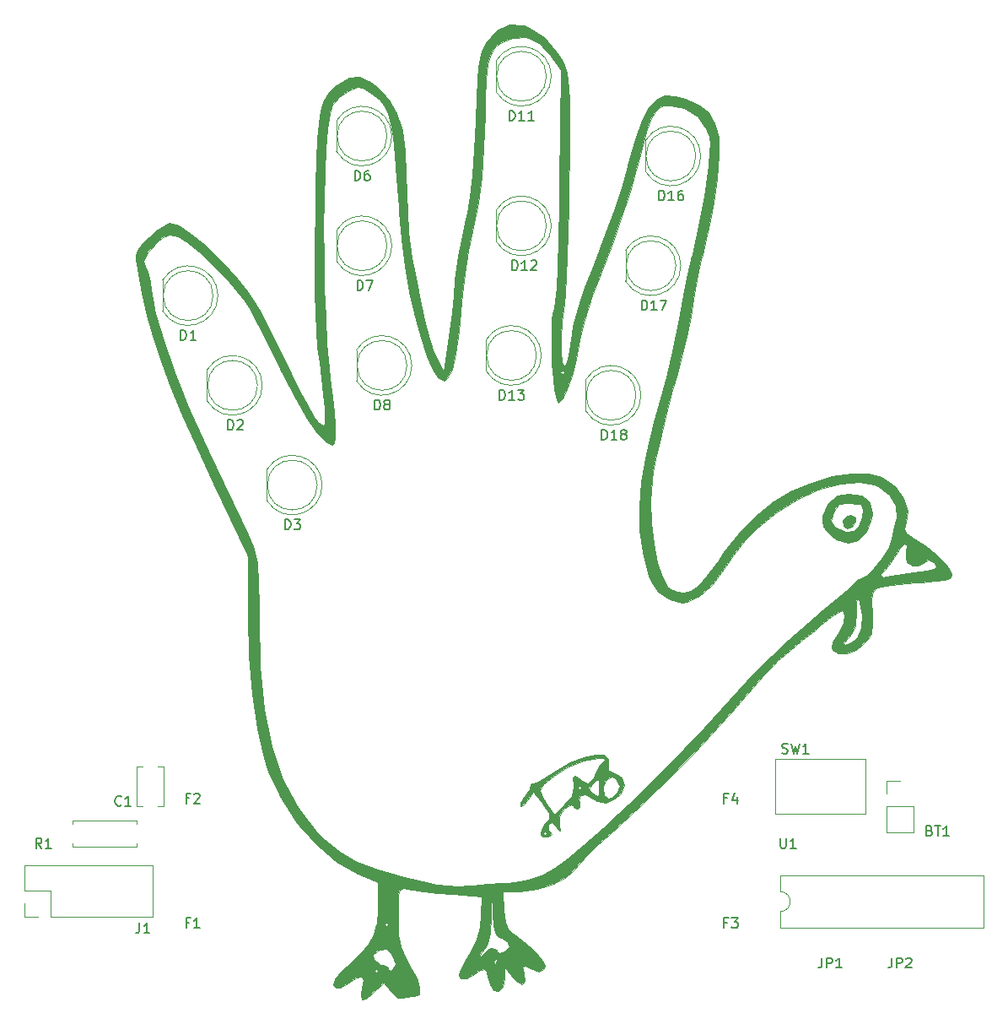
<source format=gbr>
G04 #@! TF.FileFunction,Legend,Top*
%FSLAX46Y46*%
G04 Gerber Fmt 4.6, Leading zero omitted, Abs format (unit mm)*
G04 Created by KiCad (PCBNEW 4.0.6) date 11/09/17 18:00:55*
%MOMM*%
%LPD*%
G01*
G04 APERTURE LIST*
%ADD10C,0.100000*%
%ADD11C,0.010000*%
%ADD12C,0.120000*%
%ADD13C,0.150000*%
G04 APERTURE END LIST*
D10*
D11*
G36*
X151156647Y-51900796D02*
X151474861Y-52009350D01*
X153246386Y-53074671D01*
X154664130Y-54687985D01*
X155203207Y-55664222D01*
X155397825Y-56130978D01*
X155549151Y-56649117D01*
X155661384Y-57305623D01*
X155738722Y-58187478D01*
X155785363Y-59381665D01*
X155805504Y-60975167D01*
X155803345Y-63054967D01*
X155783082Y-65708046D01*
X155766799Y-67341722D01*
X155726317Y-70090763D01*
X155665369Y-72725314D01*
X155588324Y-75129461D01*
X155499555Y-77187291D01*
X155403433Y-78782892D01*
X155304329Y-79800350D01*
X155294503Y-79865333D01*
X155070565Y-81599970D01*
X154952750Y-83236533D01*
X154942703Y-84621905D01*
X155042065Y-85602966D01*
X155228540Y-86015038D01*
X155436048Y-85962493D01*
X155631085Y-85478639D01*
X155833097Y-84482462D01*
X156061526Y-82892947D01*
X156154154Y-82158389D01*
X156369620Y-81197059D01*
X156813425Y-79760255D01*
X157427868Y-78017474D01*
X158155250Y-76138216D01*
X158435860Y-75455611D01*
X159315669Y-73216461D01*
X160211299Y-70706926D01*
X161021429Y-68224397D01*
X161644734Y-66066270D01*
X161676261Y-65944723D01*
X162384423Y-63394598D01*
X163057334Y-61484022D01*
X163747177Y-60152428D01*
X164506135Y-59339246D01*
X165386391Y-58983909D01*
X166440129Y-59025849D01*
X167407599Y-59292485D01*
X168753756Y-59883990D01*
X169745351Y-60662547D01*
X170405161Y-61710965D01*
X170755964Y-63112052D01*
X170820538Y-64948618D01*
X170621661Y-67303470D01*
X170273033Y-69709703D01*
X169947282Y-71510678D01*
X169560393Y-73348034D01*
X169179429Y-74911140D01*
X169054487Y-75354147D01*
X168651680Y-76979478D01*
X168314704Y-78818032D01*
X168168340Y-79970667D01*
X167994009Y-81113384D01*
X167652917Y-82762963D01*
X167184153Y-84751407D01*
X166626802Y-86910719D01*
X166174734Y-88539297D01*
X165565669Y-90762323D01*
X165007014Y-92984488D01*
X164540953Y-95024056D01*
X164209669Y-96699293D01*
X164079736Y-97564992D01*
X163953880Y-99646107D01*
X164016321Y-101795813D01*
X164242867Y-103872707D01*
X164609325Y-105735382D01*
X165091502Y-107242436D01*
X165665206Y-108252464D01*
X165952433Y-108510763D01*
X166619366Y-108723461D01*
X167283859Y-108787709D01*
X167985762Y-108631383D01*
X168747738Y-108104252D01*
X169645474Y-107131583D01*
X170754659Y-105638642D01*
X171337719Y-104784957D01*
X172741703Y-102996248D01*
X174475911Y-101240384D01*
X176322012Y-99717797D01*
X178021389Y-98649170D01*
X180074026Y-97775265D01*
X182177493Y-97168152D01*
X184167949Y-96853983D01*
X185881557Y-96858907D01*
X187128609Y-97195529D01*
X188461277Y-98145936D01*
X189372649Y-99332626D01*
X189786523Y-100604127D01*
X189626701Y-101808969D01*
X189540457Y-101989825D01*
X189394968Y-102503275D01*
X189700780Y-102933023D01*
X190301915Y-103325077D01*
X191583812Y-104171037D01*
X192732475Y-105103613D01*
X193619111Y-105998386D01*
X194114931Y-106730936D01*
X194167171Y-107059138D01*
X193974667Y-107340407D01*
X193488292Y-107537225D01*
X192584284Y-107675174D01*
X191138875Y-107779836D01*
X190529232Y-107811081D01*
X188852443Y-107934206D01*
X187517192Y-108115152D01*
X186675181Y-108330873D01*
X186510598Y-108421625D01*
X186200283Y-108888226D01*
X186101382Y-109703169D01*
X186169923Y-110857200D01*
X186245738Y-112061263D01*
X186139349Y-112843568D01*
X185787097Y-113477881D01*
X185472954Y-113854445D01*
X184612546Y-114543506D01*
X183654925Y-114908306D01*
X182797815Y-114921290D01*
X182238940Y-114554903D01*
X182147378Y-114317889D01*
X182229110Y-113883914D01*
X183316182Y-113883914D01*
X183426769Y-114079132D01*
X183520911Y-114084778D01*
X184126033Y-113836310D01*
X184645765Y-113375190D01*
X185098763Y-112393328D01*
X185209457Y-111100155D01*
X184956000Y-109812942D01*
X184900556Y-109675055D01*
X184720240Y-109437564D01*
X184615940Y-109799646D01*
X184572573Y-110807841D01*
X184469929Y-112087971D01*
X184153261Y-112923836D01*
X183775702Y-113365480D01*
X183316182Y-113883914D01*
X182229110Y-113883914D01*
X182279177Y-113618074D01*
X182778938Y-112855325D01*
X183367270Y-111842479D01*
X183428228Y-111140273D01*
X183351772Y-110757324D01*
X183178747Y-110610788D01*
X182807732Y-110749074D01*
X182137310Y-111220589D01*
X181066061Y-112073743D01*
X180490833Y-112542319D01*
X179193997Y-113602799D01*
X178006294Y-114577692D01*
X177096466Y-115328318D01*
X176756046Y-115611760D01*
X176198354Y-116155950D01*
X175299578Y-117119012D01*
X174170943Y-118378316D01*
X172923677Y-119811234D01*
X172541496Y-120258389D01*
X168179625Y-125071225D01*
X163279147Y-129906986D01*
X159853333Y-133011265D01*
X158582016Y-134166583D01*
X157469148Y-135253166D01*
X156651489Y-136133053D01*
X156303838Y-136591916D01*
X155502941Y-137389965D01*
X154194501Y-138067996D01*
X152575155Y-138550074D01*
X150841537Y-138760260D01*
X150681111Y-138763300D01*
X149093611Y-138778260D01*
X149211047Y-140660231D01*
X149337249Y-141828082D01*
X149599500Y-142528130D01*
X150100467Y-142997334D01*
X150269380Y-143102966D01*
X151093126Y-143705294D01*
X152061508Y-144562924D01*
X152426674Y-144926330D01*
X153141206Y-145745242D01*
X153373190Y-146268229D01*
X153211619Y-146620381D01*
X152720506Y-146875259D01*
X152088204Y-146619694D01*
X151367520Y-146239919D01*
X151106784Y-146338193D01*
X151209276Y-146889954D01*
X151324930Y-147747449D01*
X151043163Y-148066936D01*
X150477250Y-147797232D01*
X150096659Y-147392684D01*
X149273505Y-146363944D01*
X149271752Y-147472729D01*
X149102001Y-148387522D01*
X148697292Y-148812387D01*
X148209048Y-148680828D01*
X147847595Y-148098129D01*
X147591671Y-147312952D01*
X147506111Y-146870145D01*
X147286334Y-146559005D01*
X146667732Y-146773764D01*
X146250621Y-147058280D01*
X145444910Y-147505204D01*
X144868316Y-147528738D01*
X144683889Y-147196711D01*
X144857954Y-146698737D01*
X145301712Y-145834778D01*
X148211667Y-145834778D01*
X148340742Y-146125154D01*
X148446852Y-146069963D01*
X148489072Y-145651298D01*
X148446852Y-145599593D01*
X148237126Y-145648018D01*
X148211667Y-145834778D01*
X145301712Y-145834778D01*
X145308971Y-145820646D01*
X145636996Y-145260612D01*
X146811283Y-145260612D01*
X146956152Y-145337687D01*
X147181590Y-145041028D01*
X147707646Y-144528362D01*
X148052807Y-144423667D01*
X148510808Y-144626566D01*
X148564444Y-144788856D01*
X148808268Y-144958907D01*
X149292778Y-144764254D01*
X149781232Y-144377241D01*
X149661989Y-143945025D01*
X149602360Y-143869898D01*
X149011300Y-143435930D01*
X148713756Y-143365333D01*
X148424157Y-143106761D01*
X148229725Y-142282946D01*
X148120491Y-140984083D01*
X147997079Y-138602833D01*
X147927984Y-141293665D01*
X147828198Y-142930532D01*
X147618882Y-143956078D01*
X147329722Y-144423667D01*
X146889204Y-144977126D01*
X146811283Y-145260612D01*
X145636996Y-145260612D01*
X145794417Y-144991850D01*
X146523693Y-143608010D01*
X146866263Y-142320058D01*
X146940944Y-141248667D01*
X146976944Y-139308389D01*
X144154722Y-139087409D01*
X142610363Y-138946615D01*
X141160597Y-138780704D01*
X140093777Y-138623083D01*
X140009583Y-138607176D01*
X139148690Y-138474770D01*
X138766985Y-138612763D01*
X138655458Y-139136019D01*
X138644591Y-139357322D01*
X138593020Y-141481496D01*
X138660084Y-143073696D01*
X138872573Y-144301501D01*
X139257273Y-145332490D01*
X139733594Y-146169781D01*
X140445232Y-147462929D01*
X140774781Y-148480366D01*
X140708677Y-149128067D01*
X140233354Y-149312004D01*
X140185972Y-149305341D01*
X139397349Y-149367876D01*
X139113478Y-149489127D01*
X138557809Y-149446368D01*
X137922743Y-148839312D01*
X137187142Y-147904147D01*
X136241906Y-148809740D01*
X135434262Y-149505590D01*
X135008509Y-149633580D01*
X134908119Y-149178660D01*
X135005775Y-148480611D01*
X135112883Y-147641339D01*
X134948947Y-147315608D01*
X134409561Y-147468140D01*
X133524809Y-147980232D01*
X132738080Y-148418309D01*
X132332255Y-148465460D01*
X132131964Y-148181260D01*
X132269237Y-147595938D01*
X132975111Y-146729789D01*
X132988884Y-146716722D01*
X136217222Y-146716722D01*
X136393611Y-146893111D01*
X136570000Y-146716722D01*
X136393611Y-146540333D01*
X136217222Y-146716722D01*
X132988884Y-146716722D01*
X133427723Y-146300389D01*
X134663726Y-145153230D01*
X136079511Y-145153230D01*
X136148829Y-145567205D01*
X136237640Y-145682991D01*
X136837650Y-146117379D01*
X137142362Y-146187556D01*
X137583231Y-146404427D01*
X137628333Y-146561153D01*
X137844458Y-146771845D01*
X137981111Y-146716722D01*
X138317213Y-146201768D01*
X138333889Y-146057773D01*
X138139450Y-145434928D01*
X137864989Y-144975594D01*
X137399679Y-144546922D01*
X136822050Y-144648166D01*
X136607489Y-144756381D01*
X136079511Y-145153230D01*
X134663726Y-145153230D01*
X134777582Y-145047558D01*
X135673670Y-144046899D01*
X136208347Y-143103878D01*
X136447742Y-142130611D01*
X137275556Y-142130611D01*
X137451944Y-142307000D01*
X137628333Y-142130611D01*
X137451944Y-141954222D01*
X137275556Y-142130611D01*
X136447742Y-142130611D01*
X136473976Y-142023959D01*
X136562917Y-140612607D01*
X136570000Y-139681985D01*
X136570000Y-137850721D01*
X134541528Y-137019933D01*
X132442999Y-135836688D01*
X130391968Y-134085659D01*
X128497445Y-131901931D01*
X126868439Y-129420590D01*
X125613961Y-126776719D01*
X125143307Y-125373667D01*
X124476772Y-122453655D01*
X123972070Y-119001917D01*
X123646797Y-115177381D01*
X123518546Y-111138973D01*
X123517222Y-110685482D01*
X123517222Y-105164875D01*
X120183054Y-98071354D01*
X118434892Y-94301553D01*
X116984498Y-91046174D01*
X115794520Y-88198754D01*
X114827607Y-85652826D01*
X114046407Y-83301924D01*
X113413567Y-81039584D01*
X112891736Y-78759340D01*
X112443562Y-76354725D01*
X112335799Y-75704077D01*
X112328486Y-75578831D01*
X113071869Y-75578831D01*
X113222685Y-76095523D01*
X113457495Y-76663744D01*
X113694835Y-77669041D01*
X113817037Y-78421294D01*
X114270651Y-80797331D01*
X115049196Y-83544248D01*
X116169294Y-86706414D01*
X117647567Y-90328201D01*
X119500639Y-94453977D01*
X121016300Y-97638056D01*
X121948011Y-99583293D01*
X122800411Y-101410202D01*
X123511900Y-102983113D01*
X124020875Y-104166356D01*
X124239199Y-104736167D01*
X124468325Y-105895680D01*
X124601326Y-107697308D01*
X124639647Y-110165203D01*
X124629971Y-111262555D01*
X124718385Y-116164584D01*
X125139004Y-120480867D01*
X125904621Y-124254770D01*
X127028024Y-127529659D01*
X128522005Y-130348900D01*
X130399354Y-132755861D01*
X131207417Y-133563472D01*
X132754306Y-134820191D01*
X134485722Y-135815658D01*
X136575689Y-136632513D01*
X139178344Y-137348664D01*
X141100325Y-137792945D01*
X142528595Y-138077937D01*
X143651237Y-138225905D01*
X144656335Y-138259118D01*
X145731974Y-138199840D01*
X146095000Y-138167494D01*
X147564251Y-138043147D01*
X149053859Y-137937456D01*
X149622778Y-137904561D01*
X150882712Y-137790679D01*
X152026580Y-137548932D01*
X153145590Y-137122811D01*
X154330949Y-136455811D01*
X155673865Y-135491424D01*
X157265546Y-134173143D01*
X159197199Y-132444462D01*
X160738161Y-131018111D01*
X162814306Y-129033324D01*
X165057310Y-126808697D01*
X167293627Y-124521701D01*
X169349708Y-122349808D01*
X171046917Y-120476291D01*
X174438873Y-116814028D01*
X177823667Y-113554529D01*
X179757559Y-111880166D01*
X181242376Y-110637097D01*
X182539264Y-109521844D01*
X183546975Y-108623779D01*
X184164262Y-108032275D01*
X184300724Y-107869902D01*
X184822168Y-107433181D01*
X185066984Y-107382000D01*
X185649361Y-107098833D01*
X185682492Y-107066965D01*
X187017222Y-107066965D01*
X187274188Y-107301918D01*
X187550823Y-107252725D01*
X188166177Y-107111487D01*
X189238164Y-106947366D01*
X190373045Y-106813487D01*
X191702859Y-106648592D01*
X192416534Y-106460504D01*
X192602872Y-106196605D01*
X192350675Y-105804275D01*
X192250609Y-105700943D01*
X191803761Y-105496513D01*
X191456859Y-105801271D01*
X190787275Y-106148704D01*
X190246331Y-106091714D01*
X189669669Y-105812857D01*
X189557326Y-105257970D01*
X189620151Y-104862497D01*
X189678443Y-104083364D01*
X189453965Y-103907560D01*
X188999609Y-104317820D01*
X188385945Y-105265333D01*
X187855628Y-106107127D01*
X187427222Y-106611879D01*
X187305039Y-106676444D01*
X187030202Y-106951238D01*
X187017222Y-107066965D01*
X185682492Y-107066965D01*
X186400419Y-106376411D01*
X187170928Y-105405353D01*
X187811660Y-104376280D01*
X188173385Y-103479810D01*
X188190668Y-103391934D01*
X188409737Y-102237237D01*
X188620554Y-101297237D01*
X188581100Y-100109487D01*
X187937852Y-99009064D01*
X186789530Y-98148768D01*
X186500626Y-98015906D01*
X184951981Y-97707066D01*
X183054256Y-97860997D01*
X180952020Y-98436367D01*
X178789841Y-99391847D01*
X176712288Y-100686104D01*
X176433889Y-100893909D01*
X174724730Y-102281898D01*
X173403768Y-103589299D01*
X172237660Y-105069431D01*
X171333268Y-106431138D01*
X170113697Y-108045616D01*
X168829079Y-109192509D01*
X167586638Y-109785551D01*
X167085278Y-109848807D01*
X165859394Y-109534219D01*
X164726063Y-108715753D01*
X163916357Y-107581354D01*
X163749700Y-107135767D01*
X163183463Y-104790439D01*
X162867270Y-102525998D01*
X162809563Y-100214921D01*
X163018786Y-97729680D01*
X163503384Y-94942751D01*
X164271799Y-91726608D01*
X164927638Y-89344937D01*
X165513691Y-87196169D01*
X166058847Y-85014842D01*
X166514508Y-83008408D01*
X166832081Y-81384321D01*
X166910932Y-80878271D01*
X167219315Y-79023305D01*
X167647633Y-76929196D01*
X168106517Y-75030593D01*
X168134690Y-74926444D01*
X168534867Y-73271206D01*
X168955400Y-71222944D01*
X169335842Y-69089548D01*
X169532605Y-67805843D01*
X169776134Y-65985889D01*
X169905209Y-64704459D01*
X169921771Y-63804190D01*
X169827759Y-63127719D01*
X169625114Y-62517680D01*
X169598595Y-62453422D01*
X168671989Y-61072235D01*
X167311498Y-60225830D01*
X165938688Y-59972472D01*
X165326135Y-59991819D01*
X164837134Y-60151190D01*
X164424207Y-60540187D01*
X164039873Y-61248409D01*
X163636653Y-62365460D01*
X163167067Y-63980939D01*
X162583637Y-66184448D01*
X162522913Y-66418561D01*
X161905605Y-68569871D01*
X161098580Y-71055650D01*
X160206187Y-73569016D01*
X159332780Y-75803086D01*
X159327526Y-75815703D01*
X158098942Y-78992020D01*
X157249228Y-81704137D01*
X156852153Y-83517722D01*
X156492261Y-85374367D01*
X156056602Y-87052264D01*
X155589055Y-88424155D01*
X155133500Y-89362782D01*
X154733818Y-89740889D01*
X154705573Y-89743111D01*
X154501921Y-89416508D01*
X154323562Y-88540950D01*
X154177962Y-87272811D01*
X154140957Y-86744500D01*
X154914444Y-86744500D01*
X155090833Y-86920889D01*
X155267222Y-86744500D01*
X155090833Y-86568111D01*
X154914444Y-86744500D01*
X154140957Y-86744500D01*
X154072589Y-85768467D01*
X154014910Y-84184292D01*
X154012389Y-82676660D01*
X154072496Y-81401947D01*
X154202695Y-80516529D01*
X154257018Y-80349027D01*
X154399099Y-79642311D01*
X154522522Y-78256185D01*
X154627540Y-76184921D01*
X154714408Y-73422790D01*
X154783382Y-69964063D01*
X154812586Y-67861702D01*
X154952225Y-56387238D01*
X153878248Y-54904655D01*
X152745534Y-53694175D01*
X151531413Y-53145825D01*
X150130682Y-53216581D01*
X149899481Y-53277500D01*
X149037852Y-53599169D01*
X148395975Y-54067182D01*
X147939659Y-54781730D01*
X147634712Y-55843003D01*
X147446940Y-57351189D01*
X147342151Y-59406479D01*
X147306156Y-60876377D01*
X147192236Y-64270526D01*
X146976691Y-67157218D01*
X146637227Y-69730074D01*
X146151548Y-72182719D01*
X145872934Y-73323746D01*
X145624962Y-74546548D01*
X145371679Y-76232163D01*
X145146058Y-78138890D01*
X145006661Y-79673746D01*
X144728827Y-82593904D01*
X144394843Y-84851688D01*
X144007242Y-86435707D01*
X143568559Y-87334570D01*
X143255302Y-87546393D01*
X142701762Y-87310096D01*
X142106019Y-86458927D01*
X141491205Y-85080538D01*
X140880453Y-83262582D01*
X140296897Y-81092711D01*
X139763669Y-78658575D01*
X139303903Y-76047829D01*
X138940730Y-73348123D01*
X138697285Y-70647109D01*
X138667762Y-70163944D01*
X138493224Y-67238006D01*
X138322327Y-64926503D01*
X138132651Y-63138794D01*
X137901777Y-61784241D01*
X137607284Y-60772203D01*
X137226753Y-60012041D01*
X136737764Y-59413115D01*
X136117897Y-58884785D01*
X135824828Y-58670457D01*
X135065719Y-58177050D01*
X134522361Y-58079664D01*
X133845462Y-58351787D01*
X133568431Y-58499200D01*
X132682040Y-59123903D01*
X132060631Y-59817550D01*
X132026806Y-59878138D01*
X131763284Y-60764258D01*
X131543468Y-62254039D01*
X131368200Y-64246889D01*
X131238325Y-66642216D01*
X131154685Y-69339428D01*
X131118123Y-72237933D01*
X131129482Y-75237140D01*
X131189604Y-78236457D01*
X131299334Y-81135292D01*
X131459513Y-83833053D01*
X131670985Y-86229149D01*
X131797100Y-87289310D01*
X132113007Y-89894456D01*
X132283040Y-91836329D01*
X132308098Y-93141779D01*
X132189082Y-93837652D01*
X132021197Y-93976444D01*
X131360660Y-93691459D01*
X130528979Y-92823314D01*
X129512899Y-91352229D01*
X128299164Y-89258420D01*
X126874521Y-86522106D01*
X126441428Y-85649106D01*
X125356762Y-83458306D01*
X124493816Y-81776881D01*
X123769556Y-80477862D01*
X123100950Y-79434281D01*
X122404964Y-78519169D01*
X121598564Y-77605556D01*
X120598717Y-76566476D01*
X120310123Y-76273563D01*
X118709405Y-74712209D01*
X117462877Y-73660987D01*
X116483496Y-73079461D01*
X115684219Y-72927198D01*
X114978004Y-73163763D01*
X114469465Y-73560382D01*
X113453327Y-74690202D01*
X113071869Y-75578831D01*
X112328486Y-75578831D01*
X112292667Y-74965471D01*
X112520524Y-74344786D01*
X113131207Y-73618206D01*
X113613821Y-73146438D01*
X114523752Y-72379685D01*
X115324216Y-71873000D01*
X115707252Y-71751444D01*
X116629059Y-72030068D01*
X117835773Y-72797727D01*
X119227450Y-73952104D01*
X120704145Y-75390883D01*
X122165914Y-77011745D01*
X123512813Y-78712374D01*
X124644897Y-80390453D01*
X125285207Y-81556793D01*
X126667747Y-84405093D01*
X127784825Y-86678718D01*
X128670173Y-88441971D01*
X129357522Y-89759154D01*
X129880602Y-90694572D01*
X130273144Y-91312527D01*
X130568879Y-91677322D01*
X130619304Y-91725495D01*
X131060013Y-92073302D01*
X131241431Y-91943398D01*
X131278198Y-91228031D01*
X131278333Y-91106051D01*
X131231755Y-90275215D01*
X131105263Y-88937299D01*
X130918722Y-87283686D01*
X130714281Y-85671514D01*
X130534858Y-84146768D01*
X130402481Y-82548481D01*
X130313929Y-80762844D01*
X130265983Y-78676049D01*
X130255422Y-76174289D01*
X130279025Y-73143754D01*
X130305291Y-71217662D01*
X130360803Y-67990017D01*
X130427898Y-65388581D01*
X130519548Y-63334005D01*
X130648726Y-61746944D01*
X130828402Y-60548050D01*
X131071548Y-59657977D01*
X131391136Y-58997379D01*
X131800136Y-58486909D01*
X132311521Y-58047219D01*
X132478649Y-57923202D01*
X133712918Y-57208879D01*
X134763157Y-57096489D01*
X135826175Y-57596792D01*
X136493902Y-58142718D01*
X137657928Y-59380979D01*
X138485381Y-60754151D01*
X139023810Y-62403766D01*
X139320762Y-64471359D01*
X139421475Y-66856959D01*
X139467204Y-68789128D01*
X139552251Y-70760615D01*
X139662734Y-72489353D01*
X139740475Y-73338944D01*
X139992108Y-75168256D01*
X140358484Y-77243746D01*
X140801764Y-79399992D01*
X141284111Y-81471573D01*
X141767685Y-83293067D01*
X142214648Y-84699053D01*
X142488737Y-85353808D01*
X143184951Y-86710868D01*
X143564963Y-84258240D01*
X143790814Y-82608140D01*
X144011084Y-80683207D01*
X144170863Y-78983389D01*
X144299211Y-77524678D01*
X144446408Y-76265673D01*
X144645862Y-75007169D01*
X144930978Y-73549959D01*
X145335166Y-71694840D01*
X145561174Y-70693111D01*
X145826921Y-69143818D01*
X146063363Y-67018419D01*
X146258655Y-64446149D01*
X146400954Y-61556241D01*
X146402547Y-61513222D01*
X146495600Y-59171096D01*
X146587519Y-57419543D01*
X146693421Y-56143767D01*
X146828423Y-55228972D01*
X147007640Y-54560363D01*
X147246189Y-54023143D01*
X147430689Y-53705424D01*
X148513507Y-52445723D01*
X149774673Y-51836136D01*
X151156647Y-51900796D01*
X151156647Y-51900796D01*
G37*
X151156647Y-51900796D02*
X151474861Y-52009350D01*
X153246386Y-53074671D01*
X154664130Y-54687985D01*
X155203207Y-55664222D01*
X155397825Y-56130978D01*
X155549151Y-56649117D01*
X155661384Y-57305623D01*
X155738722Y-58187478D01*
X155785363Y-59381665D01*
X155805504Y-60975167D01*
X155803345Y-63054967D01*
X155783082Y-65708046D01*
X155766799Y-67341722D01*
X155726317Y-70090763D01*
X155665369Y-72725314D01*
X155588324Y-75129461D01*
X155499555Y-77187291D01*
X155403433Y-78782892D01*
X155304329Y-79800350D01*
X155294503Y-79865333D01*
X155070565Y-81599970D01*
X154952750Y-83236533D01*
X154942703Y-84621905D01*
X155042065Y-85602966D01*
X155228540Y-86015038D01*
X155436048Y-85962493D01*
X155631085Y-85478639D01*
X155833097Y-84482462D01*
X156061526Y-82892947D01*
X156154154Y-82158389D01*
X156369620Y-81197059D01*
X156813425Y-79760255D01*
X157427868Y-78017474D01*
X158155250Y-76138216D01*
X158435860Y-75455611D01*
X159315669Y-73216461D01*
X160211299Y-70706926D01*
X161021429Y-68224397D01*
X161644734Y-66066270D01*
X161676261Y-65944723D01*
X162384423Y-63394598D01*
X163057334Y-61484022D01*
X163747177Y-60152428D01*
X164506135Y-59339246D01*
X165386391Y-58983909D01*
X166440129Y-59025849D01*
X167407599Y-59292485D01*
X168753756Y-59883990D01*
X169745351Y-60662547D01*
X170405161Y-61710965D01*
X170755964Y-63112052D01*
X170820538Y-64948618D01*
X170621661Y-67303470D01*
X170273033Y-69709703D01*
X169947282Y-71510678D01*
X169560393Y-73348034D01*
X169179429Y-74911140D01*
X169054487Y-75354147D01*
X168651680Y-76979478D01*
X168314704Y-78818032D01*
X168168340Y-79970667D01*
X167994009Y-81113384D01*
X167652917Y-82762963D01*
X167184153Y-84751407D01*
X166626802Y-86910719D01*
X166174734Y-88539297D01*
X165565669Y-90762323D01*
X165007014Y-92984488D01*
X164540953Y-95024056D01*
X164209669Y-96699293D01*
X164079736Y-97564992D01*
X163953880Y-99646107D01*
X164016321Y-101795813D01*
X164242867Y-103872707D01*
X164609325Y-105735382D01*
X165091502Y-107242436D01*
X165665206Y-108252464D01*
X165952433Y-108510763D01*
X166619366Y-108723461D01*
X167283859Y-108787709D01*
X167985762Y-108631383D01*
X168747738Y-108104252D01*
X169645474Y-107131583D01*
X170754659Y-105638642D01*
X171337719Y-104784957D01*
X172741703Y-102996248D01*
X174475911Y-101240384D01*
X176322012Y-99717797D01*
X178021389Y-98649170D01*
X180074026Y-97775265D01*
X182177493Y-97168152D01*
X184167949Y-96853983D01*
X185881557Y-96858907D01*
X187128609Y-97195529D01*
X188461277Y-98145936D01*
X189372649Y-99332626D01*
X189786523Y-100604127D01*
X189626701Y-101808969D01*
X189540457Y-101989825D01*
X189394968Y-102503275D01*
X189700780Y-102933023D01*
X190301915Y-103325077D01*
X191583812Y-104171037D01*
X192732475Y-105103613D01*
X193619111Y-105998386D01*
X194114931Y-106730936D01*
X194167171Y-107059138D01*
X193974667Y-107340407D01*
X193488292Y-107537225D01*
X192584284Y-107675174D01*
X191138875Y-107779836D01*
X190529232Y-107811081D01*
X188852443Y-107934206D01*
X187517192Y-108115152D01*
X186675181Y-108330873D01*
X186510598Y-108421625D01*
X186200283Y-108888226D01*
X186101382Y-109703169D01*
X186169923Y-110857200D01*
X186245738Y-112061263D01*
X186139349Y-112843568D01*
X185787097Y-113477881D01*
X185472954Y-113854445D01*
X184612546Y-114543506D01*
X183654925Y-114908306D01*
X182797815Y-114921290D01*
X182238940Y-114554903D01*
X182147378Y-114317889D01*
X182229110Y-113883914D01*
X183316182Y-113883914D01*
X183426769Y-114079132D01*
X183520911Y-114084778D01*
X184126033Y-113836310D01*
X184645765Y-113375190D01*
X185098763Y-112393328D01*
X185209457Y-111100155D01*
X184956000Y-109812942D01*
X184900556Y-109675055D01*
X184720240Y-109437564D01*
X184615940Y-109799646D01*
X184572573Y-110807841D01*
X184469929Y-112087971D01*
X184153261Y-112923836D01*
X183775702Y-113365480D01*
X183316182Y-113883914D01*
X182229110Y-113883914D01*
X182279177Y-113618074D01*
X182778938Y-112855325D01*
X183367270Y-111842479D01*
X183428228Y-111140273D01*
X183351772Y-110757324D01*
X183178747Y-110610788D01*
X182807732Y-110749074D01*
X182137310Y-111220589D01*
X181066061Y-112073743D01*
X180490833Y-112542319D01*
X179193997Y-113602799D01*
X178006294Y-114577692D01*
X177096466Y-115328318D01*
X176756046Y-115611760D01*
X176198354Y-116155950D01*
X175299578Y-117119012D01*
X174170943Y-118378316D01*
X172923677Y-119811234D01*
X172541496Y-120258389D01*
X168179625Y-125071225D01*
X163279147Y-129906986D01*
X159853333Y-133011265D01*
X158582016Y-134166583D01*
X157469148Y-135253166D01*
X156651489Y-136133053D01*
X156303838Y-136591916D01*
X155502941Y-137389965D01*
X154194501Y-138067996D01*
X152575155Y-138550074D01*
X150841537Y-138760260D01*
X150681111Y-138763300D01*
X149093611Y-138778260D01*
X149211047Y-140660231D01*
X149337249Y-141828082D01*
X149599500Y-142528130D01*
X150100467Y-142997334D01*
X150269380Y-143102966D01*
X151093126Y-143705294D01*
X152061508Y-144562924D01*
X152426674Y-144926330D01*
X153141206Y-145745242D01*
X153373190Y-146268229D01*
X153211619Y-146620381D01*
X152720506Y-146875259D01*
X152088204Y-146619694D01*
X151367520Y-146239919D01*
X151106784Y-146338193D01*
X151209276Y-146889954D01*
X151324930Y-147747449D01*
X151043163Y-148066936D01*
X150477250Y-147797232D01*
X150096659Y-147392684D01*
X149273505Y-146363944D01*
X149271752Y-147472729D01*
X149102001Y-148387522D01*
X148697292Y-148812387D01*
X148209048Y-148680828D01*
X147847595Y-148098129D01*
X147591671Y-147312952D01*
X147506111Y-146870145D01*
X147286334Y-146559005D01*
X146667732Y-146773764D01*
X146250621Y-147058280D01*
X145444910Y-147505204D01*
X144868316Y-147528738D01*
X144683889Y-147196711D01*
X144857954Y-146698737D01*
X145301712Y-145834778D01*
X148211667Y-145834778D01*
X148340742Y-146125154D01*
X148446852Y-146069963D01*
X148489072Y-145651298D01*
X148446852Y-145599593D01*
X148237126Y-145648018D01*
X148211667Y-145834778D01*
X145301712Y-145834778D01*
X145308971Y-145820646D01*
X145636996Y-145260612D01*
X146811283Y-145260612D01*
X146956152Y-145337687D01*
X147181590Y-145041028D01*
X147707646Y-144528362D01*
X148052807Y-144423667D01*
X148510808Y-144626566D01*
X148564444Y-144788856D01*
X148808268Y-144958907D01*
X149292778Y-144764254D01*
X149781232Y-144377241D01*
X149661989Y-143945025D01*
X149602360Y-143869898D01*
X149011300Y-143435930D01*
X148713756Y-143365333D01*
X148424157Y-143106761D01*
X148229725Y-142282946D01*
X148120491Y-140984083D01*
X147997079Y-138602833D01*
X147927984Y-141293665D01*
X147828198Y-142930532D01*
X147618882Y-143956078D01*
X147329722Y-144423667D01*
X146889204Y-144977126D01*
X146811283Y-145260612D01*
X145636996Y-145260612D01*
X145794417Y-144991850D01*
X146523693Y-143608010D01*
X146866263Y-142320058D01*
X146940944Y-141248667D01*
X146976944Y-139308389D01*
X144154722Y-139087409D01*
X142610363Y-138946615D01*
X141160597Y-138780704D01*
X140093777Y-138623083D01*
X140009583Y-138607176D01*
X139148690Y-138474770D01*
X138766985Y-138612763D01*
X138655458Y-139136019D01*
X138644591Y-139357322D01*
X138593020Y-141481496D01*
X138660084Y-143073696D01*
X138872573Y-144301501D01*
X139257273Y-145332490D01*
X139733594Y-146169781D01*
X140445232Y-147462929D01*
X140774781Y-148480366D01*
X140708677Y-149128067D01*
X140233354Y-149312004D01*
X140185972Y-149305341D01*
X139397349Y-149367876D01*
X139113478Y-149489127D01*
X138557809Y-149446368D01*
X137922743Y-148839312D01*
X137187142Y-147904147D01*
X136241906Y-148809740D01*
X135434262Y-149505590D01*
X135008509Y-149633580D01*
X134908119Y-149178660D01*
X135005775Y-148480611D01*
X135112883Y-147641339D01*
X134948947Y-147315608D01*
X134409561Y-147468140D01*
X133524809Y-147980232D01*
X132738080Y-148418309D01*
X132332255Y-148465460D01*
X132131964Y-148181260D01*
X132269237Y-147595938D01*
X132975111Y-146729789D01*
X132988884Y-146716722D01*
X136217222Y-146716722D01*
X136393611Y-146893111D01*
X136570000Y-146716722D01*
X136393611Y-146540333D01*
X136217222Y-146716722D01*
X132988884Y-146716722D01*
X133427723Y-146300389D01*
X134663726Y-145153230D01*
X136079511Y-145153230D01*
X136148829Y-145567205D01*
X136237640Y-145682991D01*
X136837650Y-146117379D01*
X137142362Y-146187556D01*
X137583231Y-146404427D01*
X137628333Y-146561153D01*
X137844458Y-146771845D01*
X137981111Y-146716722D01*
X138317213Y-146201768D01*
X138333889Y-146057773D01*
X138139450Y-145434928D01*
X137864989Y-144975594D01*
X137399679Y-144546922D01*
X136822050Y-144648166D01*
X136607489Y-144756381D01*
X136079511Y-145153230D01*
X134663726Y-145153230D01*
X134777582Y-145047558D01*
X135673670Y-144046899D01*
X136208347Y-143103878D01*
X136447742Y-142130611D01*
X137275556Y-142130611D01*
X137451944Y-142307000D01*
X137628333Y-142130611D01*
X137451944Y-141954222D01*
X137275556Y-142130611D01*
X136447742Y-142130611D01*
X136473976Y-142023959D01*
X136562917Y-140612607D01*
X136570000Y-139681985D01*
X136570000Y-137850721D01*
X134541528Y-137019933D01*
X132442999Y-135836688D01*
X130391968Y-134085659D01*
X128497445Y-131901931D01*
X126868439Y-129420590D01*
X125613961Y-126776719D01*
X125143307Y-125373667D01*
X124476772Y-122453655D01*
X123972070Y-119001917D01*
X123646797Y-115177381D01*
X123518546Y-111138973D01*
X123517222Y-110685482D01*
X123517222Y-105164875D01*
X120183054Y-98071354D01*
X118434892Y-94301553D01*
X116984498Y-91046174D01*
X115794520Y-88198754D01*
X114827607Y-85652826D01*
X114046407Y-83301924D01*
X113413567Y-81039584D01*
X112891736Y-78759340D01*
X112443562Y-76354725D01*
X112335799Y-75704077D01*
X112328486Y-75578831D01*
X113071869Y-75578831D01*
X113222685Y-76095523D01*
X113457495Y-76663744D01*
X113694835Y-77669041D01*
X113817037Y-78421294D01*
X114270651Y-80797331D01*
X115049196Y-83544248D01*
X116169294Y-86706414D01*
X117647567Y-90328201D01*
X119500639Y-94453977D01*
X121016300Y-97638056D01*
X121948011Y-99583293D01*
X122800411Y-101410202D01*
X123511900Y-102983113D01*
X124020875Y-104166356D01*
X124239199Y-104736167D01*
X124468325Y-105895680D01*
X124601326Y-107697308D01*
X124639647Y-110165203D01*
X124629971Y-111262555D01*
X124718385Y-116164584D01*
X125139004Y-120480867D01*
X125904621Y-124254770D01*
X127028024Y-127529659D01*
X128522005Y-130348900D01*
X130399354Y-132755861D01*
X131207417Y-133563472D01*
X132754306Y-134820191D01*
X134485722Y-135815658D01*
X136575689Y-136632513D01*
X139178344Y-137348664D01*
X141100325Y-137792945D01*
X142528595Y-138077937D01*
X143651237Y-138225905D01*
X144656335Y-138259118D01*
X145731974Y-138199840D01*
X146095000Y-138167494D01*
X147564251Y-138043147D01*
X149053859Y-137937456D01*
X149622778Y-137904561D01*
X150882712Y-137790679D01*
X152026580Y-137548932D01*
X153145590Y-137122811D01*
X154330949Y-136455811D01*
X155673865Y-135491424D01*
X157265546Y-134173143D01*
X159197199Y-132444462D01*
X160738161Y-131018111D01*
X162814306Y-129033324D01*
X165057310Y-126808697D01*
X167293627Y-124521701D01*
X169349708Y-122349808D01*
X171046917Y-120476291D01*
X174438873Y-116814028D01*
X177823667Y-113554529D01*
X179757559Y-111880166D01*
X181242376Y-110637097D01*
X182539264Y-109521844D01*
X183546975Y-108623779D01*
X184164262Y-108032275D01*
X184300724Y-107869902D01*
X184822168Y-107433181D01*
X185066984Y-107382000D01*
X185649361Y-107098833D01*
X185682492Y-107066965D01*
X187017222Y-107066965D01*
X187274188Y-107301918D01*
X187550823Y-107252725D01*
X188166177Y-107111487D01*
X189238164Y-106947366D01*
X190373045Y-106813487D01*
X191702859Y-106648592D01*
X192416534Y-106460504D01*
X192602872Y-106196605D01*
X192350675Y-105804275D01*
X192250609Y-105700943D01*
X191803761Y-105496513D01*
X191456859Y-105801271D01*
X190787275Y-106148704D01*
X190246331Y-106091714D01*
X189669669Y-105812857D01*
X189557326Y-105257970D01*
X189620151Y-104862497D01*
X189678443Y-104083364D01*
X189453965Y-103907560D01*
X188999609Y-104317820D01*
X188385945Y-105265333D01*
X187855628Y-106107127D01*
X187427222Y-106611879D01*
X187305039Y-106676444D01*
X187030202Y-106951238D01*
X187017222Y-107066965D01*
X185682492Y-107066965D01*
X186400419Y-106376411D01*
X187170928Y-105405353D01*
X187811660Y-104376280D01*
X188173385Y-103479810D01*
X188190668Y-103391934D01*
X188409737Y-102237237D01*
X188620554Y-101297237D01*
X188581100Y-100109487D01*
X187937852Y-99009064D01*
X186789530Y-98148768D01*
X186500626Y-98015906D01*
X184951981Y-97707066D01*
X183054256Y-97860997D01*
X180952020Y-98436367D01*
X178789841Y-99391847D01*
X176712288Y-100686104D01*
X176433889Y-100893909D01*
X174724730Y-102281898D01*
X173403768Y-103589299D01*
X172237660Y-105069431D01*
X171333268Y-106431138D01*
X170113697Y-108045616D01*
X168829079Y-109192509D01*
X167586638Y-109785551D01*
X167085278Y-109848807D01*
X165859394Y-109534219D01*
X164726063Y-108715753D01*
X163916357Y-107581354D01*
X163749700Y-107135767D01*
X163183463Y-104790439D01*
X162867270Y-102525998D01*
X162809563Y-100214921D01*
X163018786Y-97729680D01*
X163503384Y-94942751D01*
X164271799Y-91726608D01*
X164927638Y-89344937D01*
X165513691Y-87196169D01*
X166058847Y-85014842D01*
X166514508Y-83008408D01*
X166832081Y-81384321D01*
X166910932Y-80878271D01*
X167219315Y-79023305D01*
X167647633Y-76929196D01*
X168106517Y-75030593D01*
X168134690Y-74926444D01*
X168534867Y-73271206D01*
X168955400Y-71222944D01*
X169335842Y-69089548D01*
X169532605Y-67805843D01*
X169776134Y-65985889D01*
X169905209Y-64704459D01*
X169921771Y-63804190D01*
X169827759Y-63127719D01*
X169625114Y-62517680D01*
X169598595Y-62453422D01*
X168671989Y-61072235D01*
X167311498Y-60225830D01*
X165938688Y-59972472D01*
X165326135Y-59991819D01*
X164837134Y-60151190D01*
X164424207Y-60540187D01*
X164039873Y-61248409D01*
X163636653Y-62365460D01*
X163167067Y-63980939D01*
X162583637Y-66184448D01*
X162522913Y-66418561D01*
X161905605Y-68569871D01*
X161098580Y-71055650D01*
X160206187Y-73569016D01*
X159332780Y-75803086D01*
X159327526Y-75815703D01*
X158098942Y-78992020D01*
X157249228Y-81704137D01*
X156852153Y-83517722D01*
X156492261Y-85374367D01*
X156056602Y-87052264D01*
X155589055Y-88424155D01*
X155133500Y-89362782D01*
X154733818Y-89740889D01*
X154705573Y-89743111D01*
X154501921Y-89416508D01*
X154323562Y-88540950D01*
X154177962Y-87272811D01*
X154140957Y-86744500D01*
X154914444Y-86744500D01*
X155090833Y-86920889D01*
X155267222Y-86744500D01*
X155090833Y-86568111D01*
X154914444Y-86744500D01*
X154140957Y-86744500D01*
X154072589Y-85768467D01*
X154014910Y-84184292D01*
X154012389Y-82676660D01*
X154072496Y-81401947D01*
X154202695Y-80516529D01*
X154257018Y-80349027D01*
X154399099Y-79642311D01*
X154522522Y-78256185D01*
X154627540Y-76184921D01*
X154714408Y-73422790D01*
X154783382Y-69964063D01*
X154812586Y-67861702D01*
X154952225Y-56387238D01*
X153878248Y-54904655D01*
X152745534Y-53694175D01*
X151531413Y-53145825D01*
X150130682Y-53216581D01*
X149899481Y-53277500D01*
X149037852Y-53599169D01*
X148395975Y-54067182D01*
X147939659Y-54781730D01*
X147634712Y-55843003D01*
X147446940Y-57351189D01*
X147342151Y-59406479D01*
X147306156Y-60876377D01*
X147192236Y-64270526D01*
X146976691Y-67157218D01*
X146637227Y-69730074D01*
X146151548Y-72182719D01*
X145872934Y-73323746D01*
X145624962Y-74546548D01*
X145371679Y-76232163D01*
X145146058Y-78138890D01*
X145006661Y-79673746D01*
X144728827Y-82593904D01*
X144394843Y-84851688D01*
X144007242Y-86435707D01*
X143568559Y-87334570D01*
X143255302Y-87546393D01*
X142701762Y-87310096D01*
X142106019Y-86458927D01*
X141491205Y-85080538D01*
X140880453Y-83262582D01*
X140296897Y-81092711D01*
X139763669Y-78658575D01*
X139303903Y-76047829D01*
X138940730Y-73348123D01*
X138697285Y-70647109D01*
X138667762Y-70163944D01*
X138493224Y-67238006D01*
X138322327Y-64926503D01*
X138132651Y-63138794D01*
X137901777Y-61784241D01*
X137607284Y-60772203D01*
X137226753Y-60012041D01*
X136737764Y-59413115D01*
X136117897Y-58884785D01*
X135824828Y-58670457D01*
X135065719Y-58177050D01*
X134522361Y-58079664D01*
X133845462Y-58351787D01*
X133568431Y-58499200D01*
X132682040Y-59123903D01*
X132060631Y-59817550D01*
X132026806Y-59878138D01*
X131763284Y-60764258D01*
X131543468Y-62254039D01*
X131368200Y-64246889D01*
X131238325Y-66642216D01*
X131154685Y-69339428D01*
X131118123Y-72237933D01*
X131129482Y-75237140D01*
X131189604Y-78236457D01*
X131299334Y-81135292D01*
X131459513Y-83833053D01*
X131670985Y-86229149D01*
X131797100Y-87289310D01*
X132113007Y-89894456D01*
X132283040Y-91836329D01*
X132308098Y-93141779D01*
X132189082Y-93837652D01*
X132021197Y-93976444D01*
X131360660Y-93691459D01*
X130528979Y-92823314D01*
X129512899Y-91352229D01*
X128299164Y-89258420D01*
X126874521Y-86522106D01*
X126441428Y-85649106D01*
X125356762Y-83458306D01*
X124493816Y-81776881D01*
X123769556Y-80477862D01*
X123100950Y-79434281D01*
X122404964Y-78519169D01*
X121598564Y-77605556D01*
X120598717Y-76566476D01*
X120310123Y-76273563D01*
X118709405Y-74712209D01*
X117462877Y-73660987D01*
X116483496Y-73079461D01*
X115684219Y-72927198D01*
X114978004Y-73163763D01*
X114469465Y-73560382D01*
X113453327Y-74690202D01*
X113071869Y-75578831D01*
X112328486Y-75578831D01*
X112292667Y-74965471D01*
X112520524Y-74344786D01*
X113131207Y-73618206D01*
X113613821Y-73146438D01*
X114523752Y-72379685D01*
X115324216Y-71873000D01*
X115707252Y-71751444D01*
X116629059Y-72030068D01*
X117835773Y-72797727D01*
X119227450Y-73952104D01*
X120704145Y-75390883D01*
X122165914Y-77011745D01*
X123512813Y-78712374D01*
X124644897Y-80390453D01*
X125285207Y-81556793D01*
X126667747Y-84405093D01*
X127784825Y-86678718D01*
X128670173Y-88441971D01*
X129357522Y-89759154D01*
X129880602Y-90694572D01*
X130273144Y-91312527D01*
X130568879Y-91677322D01*
X130619304Y-91725495D01*
X131060013Y-92073302D01*
X131241431Y-91943398D01*
X131278198Y-91228031D01*
X131278333Y-91106051D01*
X131231755Y-90275215D01*
X131105263Y-88937299D01*
X130918722Y-87283686D01*
X130714281Y-85671514D01*
X130534858Y-84146768D01*
X130402481Y-82548481D01*
X130313929Y-80762844D01*
X130265983Y-78676049D01*
X130255422Y-76174289D01*
X130279025Y-73143754D01*
X130305291Y-71217662D01*
X130360803Y-67990017D01*
X130427898Y-65388581D01*
X130519548Y-63334005D01*
X130648726Y-61746944D01*
X130828402Y-60548050D01*
X131071548Y-59657977D01*
X131391136Y-58997379D01*
X131800136Y-58486909D01*
X132311521Y-58047219D01*
X132478649Y-57923202D01*
X133712918Y-57208879D01*
X134763157Y-57096489D01*
X135826175Y-57596792D01*
X136493902Y-58142718D01*
X137657928Y-59380979D01*
X138485381Y-60754151D01*
X139023810Y-62403766D01*
X139320762Y-64471359D01*
X139421475Y-66856959D01*
X139467204Y-68789128D01*
X139552251Y-70760615D01*
X139662734Y-72489353D01*
X139740475Y-73338944D01*
X139992108Y-75168256D01*
X140358484Y-77243746D01*
X140801764Y-79399992D01*
X141284111Y-81471573D01*
X141767685Y-83293067D01*
X142214648Y-84699053D01*
X142488737Y-85353808D01*
X143184951Y-86710868D01*
X143564963Y-84258240D01*
X143790814Y-82608140D01*
X144011084Y-80683207D01*
X144170863Y-78983389D01*
X144299211Y-77524678D01*
X144446408Y-76265673D01*
X144645862Y-75007169D01*
X144930978Y-73549959D01*
X145335166Y-71694840D01*
X145561174Y-70693111D01*
X145826921Y-69143818D01*
X146063363Y-67018419D01*
X146258655Y-64446149D01*
X146400954Y-61556241D01*
X146402547Y-61513222D01*
X146495600Y-59171096D01*
X146587519Y-57419543D01*
X146693421Y-56143767D01*
X146828423Y-55228972D01*
X147007640Y-54560363D01*
X147246189Y-54023143D01*
X147430689Y-53705424D01*
X148513507Y-52445723D01*
X149774673Y-51836136D01*
X151156647Y-51900796D01*
G36*
X159260264Y-125101615D02*
X159708072Y-125478596D01*
X159690493Y-126036536D01*
X159704249Y-126589360D01*
X160287290Y-126904766D01*
X160371724Y-126926939D01*
X161071723Y-127381941D01*
X161271999Y-128126401D01*
X160963013Y-128942304D01*
X160480394Y-129410607D01*
X159450472Y-129905797D01*
X158565591Y-129767782D01*
X158051258Y-129396052D01*
X157405798Y-129063498D01*
X156902914Y-129175204D01*
X156770278Y-129655331D01*
X156815265Y-129807775D01*
X156808034Y-130349195D01*
X156693057Y-130479845D01*
X156324379Y-130394863D01*
X156230838Y-130226559D01*
X155958088Y-130032869D01*
X155393451Y-130389946D01*
X155324469Y-130450262D01*
X154773853Y-131225573D01*
X154785647Y-132037762D01*
X154905680Y-132657175D01*
X154777365Y-132653476D01*
X154481013Y-132287585D01*
X154025315Y-131860927D01*
X153703925Y-132037971D01*
X153688375Y-132062444D01*
X153673557Y-132603335D01*
X153840494Y-132772348D01*
X154039140Y-133051768D01*
X153720599Y-133246666D01*
X153133036Y-133247357D01*
X152950906Y-133097141D01*
X152960597Y-132958389D01*
X153150555Y-132958389D01*
X153326944Y-133134778D01*
X153503333Y-132958389D01*
X153326944Y-132782000D01*
X153150555Y-132958389D01*
X152960597Y-132958389D01*
X152986322Y-132590069D01*
X153292386Y-132114631D01*
X153737939Y-131499743D01*
X153751128Y-130941168D01*
X153302882Y-130206532D01*
X153007175Y-129834904D01*
X152183613Y-128828085D01*
X151616865Y-129637231D01*
X151151773Y-130160490D01*
X150860674Y-130256933D01*
X150922435Y-129883089D01*
X151329165Y-129231810D01*
X151370171Y-129178930D01*
X151733079Y-128631787D01*
X152867122Y-128631787D01*
X153065290Y-129291025D01*
X153545551Y-130019068D01*
X154293325Y-131069219D01*
X155335245Y-130073526D01*
X156062575Y-129192981D01*
X156255499Y-128372278D01*
X156678333Y-128372278D01*
X156854722Y-128548667D01*
X156947346Y-128456043D01*
X157774038Y-128456043D01*
X157898659Y-128774884D01*
X158089444Y-128908800D01*
X158587368Y-129190968D01*
X158769671Y-129049525D01*
X158795008Y-128346827D01*
X158795005Y-128324464D01*
X159157123Y-128324464D01*
X159289097Y-129113653D01*
X159667611Y-129440645D01*
X160196286Y-129303052D01*
X160662648Y-128841521D01*
X160854221Y-128196695D01*
X160844880Y-128083825D01*
X160487647Y-127437470D01*
X160034553Y-127313944D01*
X159415972Y-127603408D01*
X159157123Y-128324464D01*
X158795005Y-128324464D01*
X158795000Y-128296682D01*
X158758293Y-127644410D01*
X158547564Y-127614198D01*
X158177639Y-127956663D01*
X157774038Y-128456043D01*
X156947346Y-128456043D01*
X157031111Y-128372278D01*
X156854722Y-128195889D01*
X156678333Y-128372278D01*
X156255499Y-128372278D01*
X156259190Y-128356579D01*
X156236070Y-128107694D01*
X156187378Y-127339104D01*
X156418544Y-127202777D01*
X157015450Y-127652612D01*
X157040945Y-127675622D01*
X157685246Y-127945917D01*
X158211170Y-127555952D01*
X158501422Y-126784844D01*
X158862887Y-126119258D01*
X159147778Y-125827134D01*
X159419550Y-125520382D01*
X159122823Y-125401299D01*
X158695475Y-125384886D01*
X157213017Y-125638455D01*
X155522983Y-126369674D01*
X154032638Y-127337756D01*
X153175321Y-128059140D01*
X152867122Y-128631787D01*
X151733079Y-128631787D01*
X151804596Y-128523964D01*
X151912855Y-128136915D01*
X151904278Y-128125537D01*
X152016451Y-127969163D01*
X152180417Y-127951204D01*
X152685576Y-127758873D01*
X153562665Y-127267242D01*
X154489689Y-126670628D01*
X155904507Y-125844233D01*
X157246118Y-125298133D01*
X158402158Y-125046027D01*
X159260264Y-125101615D01*
X159260264Y-125101615D01*
G37*
X159260264Y-125101615D02*
X159708072Y-125478596D01*
X159690493Y-126036536D01*
X159704249Y-126589360D01*
X160287290Y-126904766D01*
X160371724Y-126926939D01*
X161071723Y-127381941D01*
X161271999Y-128126401D01*
X160963013Y-128942304D01*
X160480394Y-129410607D01*
X159450472Y-129905797D01*
X158565591Y-129767782D01*
X158051258Y-129396052D01*
X157405798Y-129063498D01*
X156902914Y-129175204D01*
X156770278Y-129655331D01*
X156815265Y-129807775D01*
X156808034Y-130349195D01*
X156693057Y-130479845D01*
X156324379Y-130394863D01*
X156230838Y-130226559D01*
X155958088Y-130032869D01*
X155393451Y-130389946D01*
X155324469Y-130450262D01*
X154773853Y-131225573D01*
X154785647Y-132037762D01*
X154905680Y-132657175D01*
X154777365Y-132653476D01*
X154481013Y-132287585D01*
X154025315Y-131860927D01*
X153703925Y-132037971D01*
X153688375Y-132062444D01*
X153673557Y-132603335D01*
X153840494Y-132772348D01*
X154039140Y-133051768D01*
X153720599Y-133246666D01*
X153133036Y-133247357D01*
X152950906Y-133097141D01*
X152960597Y-132958389D01*
X153150555Y-132958389D01*
X153326944Y-133134778D01*
X153503333Y-132958389D01*
X153326944Y-132782000D01*
X153150555Y-132958389D01*
X152960597Y-132958389D01*
X152986322Y-132590069D01*
X153292386Y-132114631D01*
X153737939Y-131499743D01*
X153751128Y-130941168D01*
X153302882Y-130206532D01*
X153007175Y-129834904D01*
X152183613Y-128828085D01*
X151616865Y-129637231D01*
X151151773Y-130160490D01*
X150860674Y-130256933D01*
X150922435Y-129883089D01*
X151329165Y-129231810D01*
X151370171Y-129178930D01*
X151733079Y-128631787D01*
X152867122Y-128631787D01*
X153065290Y-129291025D01*
X153545551Y-130019068D01*
X154293325Y-131069219D01*
X155335245Y-130073526D01*
X156062575Y-129192981D01*
X156255499Y-128372278D01*
X156678333Y-128372278D01*
X156854722Y-128548667D01*
X156947346Y-128456043D01*
X157774038Y-128456043D01*
X157898659Y-128774884D01*
X158089444Y-128908800D01*
X158587368Y-129190968D01*
X158769671Y-129049525D01*
X158795008Y-128346827D01*
X158795005Y-128324464D01*
X159157123Y-128324464D01*
X159289097Y-129113653D01*
X159667611Y-129440645D01*
X160196286Y-129303052D01*
X160662648Y-128841521D01*
X160854221Y-128196695D01*
X160844880Y-128083825D01*
X160487647Y-127437470D01*
X160034553Y-127313944D01*
X159415972Y-127603408D01*
X159157123Y-128324464D01*
X158795005Y-128324464D01*
X158795000Y-128296682D01*
X158758293Y-127644410D01*
X158547564Y-127614198D01*
X158177639Y-127956663D01*
X157774038Y-128456043D01*
X156947346Y-128456043D01*
X157031111Y-128372278D01*
X156854722Y-128195889D01*
X156678333Y-128372278D01*
X156255499Y-128372278D01*
X156259190Y-128356579D01*
X156236070Y-128107694D01*
X156187378Y-127339104D01*
X156418544Y-127202777D01*
X157015450Y-127652612D01*
X157040945Y-127675622D01*
X157685246Y-127945917D01*
X158211170Y-127555952D01*
X158501422Y-126784844D01*
X158862887Y-126119258D01*
X159147778Y-125827134D01*
X159419550Y-125520382D01*
X159122823Y-125401299D01*
X158695475Y-125384886D01*
X157213017Y-125638455D01*
X155522983Y-126369674D01*
X154032638Y-127337756D01*
X153175321Y-128059140D01*
X152867122Y-128631787D01*
X151733079Y-128631787D01*
X151804596Y-128523964D01*
X151912855Y-128136915D01*
X151904278Y-128125537D01*
X152016451Y-127969163D01*
X152180417Y-127951204D01*
X152685576Y-127758873D01*
X153562665Y-127267242D01*
X154489689Y-126670628D01*
X155904507Y-125844233D01*
X157246118Y-125298133D01*
X158402158Y-125046027D01*
X159260264Y-125101615D01*
G36*
X185207274Y-99125092D02*
X185980399Y-99759085D01*
X186197647Y-100824387D01*
X186134507Y-101350860D01*
X185626532Y-102761510D01*
X184794428Y-103610834D01*
X183742276Y-103858340D01*
X182574163Y-103463536D01*
X181944575Y-102980890D01*
X181304484Y-102230973D01*
X181186436Y-101594848D01*
X182096958Y-101594848D01*
X182352811Y-102103072D01*
X182594760Y-102301030D01*
X183599834Y-102754180D01*
X184446947Y-102601578D01*
X184888143Y-102113525D01*
X185166553Y-101319187D01*
X185243159Y-100523461D01*
X185105068Y-100005114D01*
X184988750Y-99938134D01*
X183693195Y-99828287D01*
X182903041Y-99966797D01*
X182445134Y-100408704D01*
X182271919Y-100801725D01*
X182096958Y-101594848D01*
X181186436Y-101594848D01*
X181169374Y-101502911D01*
X181234887Y-101128807D01*
X181779028Y-99829129D01*
X182691321Y-99111091D01*
X183871700Y-98915333D01*
X185207274Y-99125092D01*
X185207274Y-99125092D01*
G37*
X185207274Y-99125092D02*
X185980399Y-99759085D01*
X186197647Y-100824387D01*
X186134507Y-101350860D01*
X185626532Y-102761510D01*
X184794428Y-103610834D01*
X183742276Y-103858340D01*
X182574163Y-103463536D01*
X181944575Y-102980890D01*
X181304484Y-102230973D01*
X181186436Y-101594848D01*
X182096958Y-101594848D01*
X182352811Y-102103072D01*
X182594760Y-102301030D01*
X183599834Y-102754180D01*
X184446947Y-102601578D01*
X184888143Y-102113525D01*
X185166553Y-101319187D01*
X185243159Y-100523461D01*
X185105068Y-100005114D01*
X184988750Y-99938134D01*
X183693195Y-99828287D01*
X182903041Y-99966797D01*
X182445134Y-100408704D01*
X182271919Y-100801725D01*
X182096958Y-101594848D01*
X181186436Y-101594848D01*
X181169374Y-101502911D01*
X181234887Y-101128807D01*
X181779028Y-99829129D01*
X182691321Y-99111091D01*
X183871700Y-98915333D01*
X185207274Y-99125092D01*
G36*
X184469391Y-101301244D02*
X184485450Y-101620128D01*
X184159072Y-102208151D01*
X183658045Y-102359382D01*
X183324564Y-102108955D01*
X183266545Y-101503343D01*
X183729799Y-101087388D01*
X184065298Y-101032000D01*
X184469391Y-101301244D01*
X184469391Y-101301244D01*
G37*
X184469391Y-101301244D02*
X184485450Y-101620128D01*
X184159072Y-102208151D01*
X183658045Y-102359382D01*
X183324564Y-102108955D01*
X183266545Y-101503343D01*
X183729799Y-101087388D01*
X184065298Y-101032000D01*
X184469391Y-101301244D01*
D12*
X120530000Y-79032462D02*
G75*
G03X114980000Y-77487170I-2990000J462D01*
G01*
X120530000Y-79031538D02*
G75*
G02X114980000Y-80576830I-2990000J-462D01*
G01*
X120040000Y-79032000D02*
G75*
G03X120040000Y-79032000I-2500000J0D01*
G01*
X114980000Y-77487000D02*
X114980000Y-80577000D01*
X124990000Y-88032462D02*
G75*
G03X119440000Y-86487170I-2990000J462D01*
G01*
X124990000Y-88031538D02*
G75*
G02X119440000Y-89576830I-2990000J-462D01*
G01*
X124500000Y-88032000D02*
G75*
G03X124500000Y-88032000I-2500000J0D01*
G01*
X119440000Y-86487000D02*
X119440000Y-89577000D01*
X130990000Y-98032462D02*
G75*
G03X125440000Y-96487170I-2990000J462D01*
G01*
X130990000Y-98031538D02*
G75*
G02X125440000Y-99576830I-2990000J-462D01*
G01*
X130500000Y-98032000D02*
G75*
G03X130500000Y-98032000I-2500000J0D01*
G01*
X125440000Y-96487000D02*
X125440000Y-99577000D01*
X137990000Y-63032462D02*
G75*
G03X132440000Y-61487170I-2990000J462D01*
G01*
X137990000Y-63031538D02*
G75*
G02X132440000Y-64576830I-2990000J-462D01*
G01*
X137500000Y-63032000D02*
G75*
G03X137500000Y-63032000I-2500000J0D01*
G01*
X132440000Y-61487000D02*
X132440000Y-64577000D01*
X137990000Y-74032462D02*
G75*
G03X132440000Y-72487170I-2990000J462D01*
G01*
X137990000Y-74031538D02*
G75*
G02X132440000Y-75576830I-2990000J-462D01*
G01*
X137500000Y-74032000D02*
G75*
G03X137500000Y-74032000I-2500000J0D01*
G01*
X132440000Y-72487000D02*
X132440000Y-75577000D01*
X139990000Y-86032462D02*
G75*
G03X134440000Y-84487170I-2990000J462D01*
G01*
X139990000Y-86031538D02*
G75*
G02X134440000Y-87576830I-2990000J-462D01*
G01*
X139500000Y-86032000D02*
G75*
G03X139500000Y-86032000I-2500000J0D01*
G01*
X134440000Y-84487000D02*
X134440000Y-87577000D01*
X153990000Y-57032462D02*
G75*
G03X148440000Y-55487170I-2990000J462D01*
G01*
X153990000Y-57031538D02*
G75*
G02X148440000Y-58576830I-2990000J-462D01*
G01*
X153500000Y-57032000D02*
G75*
G03X153500000Y-57032000I-2500000J0D01*
G01*
X148440000Y-55487000D02*
X148440000Y-58577000D01*
X153990000Y-72032462D02*
G75*
G03X148440000Y-70487170I-2990000J462D01*
G01*
X153990000Y-72031538D02*
G75*
G02X148440000Y-73576830I-2990000J-462D01*
G01*
X153500000Y-72032000D02*
G75*
G03X153500000Y-72032000I-2500000J0D01*
G01*
X148440000Y-70487000D02*
X148440000Y-73577000D01*
X152990000Y-85032462D02*
G75*
G03X147440000Y-83487170I-2990000J462D01*
G01*
X152990000Y-85031538D02*
G75*
G02X147440000Y-86576830I-2990000J-462D01*
G01*
X152500000Y-85032000D02*
G75*
G03X152500000Y-85032000I-2500000J0D01*
G01*
X147440000Y-83487000D02*
X147440000Y-86577000D01*
X168990000Y-65032462D02*
G75*
G03X163440000Y-63487170I-2990000J462D01*
G01*
X168990000Y-65031538D02*
G75*
G02X163440000Y-66576830I-2990000J-462D01*
G01*
X168500000Y-65032000D02*
G75*
G03X168500000Y-65032000I-2500000J0D01*
G01*
X163440000Y-63487000D02*
X163440000Y-66577000D01*
X166990000Y-76032462D02*
G75*
G03X161440000Y-74487170I-2990000J462D01*
G01*
X166990000Y-76031538D02*
G75*
G02X161440000Y-77576830I-2990000J-462D01*
G01*
X166500000Y-76032000D02*
G75*
G03X166500000Y-76032000I-2500000J0D01*
G01*
X161440000Y-74487000D02*
X161440000Y-77577000D01*
X162990000Y-89032462D02*
G75*
G03X157440000Y-87487170I-2990000J462D01*
G01*
X162990000Y-89031538D02*
G75*
G02X157440000Y-90576830I-2990000J-462D01*
G01*
X162500000Y-89032000D02*
G75*
G03X162500000Y-89032000I-2500000J0D01*
G01*
X157440000Y-87487000D02*
X157440000Y-90577000D01*
X105980000Y-132020000D02*
X105980000Y-131690000D01*
X105980000Y-131690000D02*
X112400000Y-131690000D01*
X112400000Y-131690000D02*
X112400000Y-132020000D01*
X105980000Y-133980000D02*
X105980000Y-134310000D01*
X105980000Y-134310000D02*
X112400000Y-134310000D01*
X112400000Y-134310000D02*
X112400000Y-133980000D01*
D10*
X185500000Y-131000000D02*
X185500000Y-125500000D01*
X176500000Y-131000000D02*
X185500000Y-131000000D01*
X176500000Y-125500000D02*
X176500000Y-131000000D01*
X185500000Y-125500000D02*
X176500000Y-125500000D01*
D12*
X176970000Y-138810000D02*
G75*
G02X176970000Y-140810000I0J-1000000D01*
G01*
X176970000Y-140810000D02*
X176970000Y-142460000D01*
X176970000Y-142460000D02*
X197410000Y-142460000D01*
X197410000Y-142460000D02*
X197410000Y-137160000D01*
X197410000Y-137160000D02*
X176970000Y-137160000D01*
X176970000Y-137160000D02*
X176970000Y-138810000D01*
X187670000Y-132870000D02*
X190330000Y-132870000D01*
X187670000Y-130270000D02*
X187670000Y-132870000D01*
X190330000Y-130270000D02*
X190330000Y-132870000D01*
X187670000Y-130270000D02*
X190330000Y-130270000D01*
X187670000Y-129000000D02*
X187670000Y-127670000D01*
X187670000Y-127670000D02*
X189000000Y-127670000D01*
X112390000Y-130210000D02*
X112390000Y-126290000D01*
X115110000Y-130210000D02*
X115110000Y-126290000D01*
X112390000Y-130210000D02*
X113000000Y-130210000D01*
X114500000Y-130210000D02*
X115110000Y-130210000D01*
X112390000Y-126290000D02*
X113000000Y-126290000D01*
X114500000Y-126290000D02*
X115110000Y-126290000D01*
X113950000Y-141330000D02*
X113950000Y-136130000D01*
X103730000Y-141330000D02*
X113950000Y-141330000D01*
X101130000Y-136130000D02*
X113950000Y-136130000D01*
X103730000Y-141330000D02*
X103730000Y-138730000D01*
X103730000Y-138730000D02*
X101130000Y-138730000D01*
X101130000Y-138730000D02*
X101130000Y-136130000D01*
X102460000Y-141330000D02*
X101130000Y-141330000D01*
X101130000Y-141330000D02*
X101130000Y-140000000D01*
D13*
X171666667Y-141928571D02*
X171333333Y-141928571D01*
X171333333Y-142452381D02*
X171333333Y-141452381D01*
X171809524Y-141452381D01*
X172095238Y-141452381D02*
X172714286Y-141452381D01*
X172380952Y-141833333D01*
X172523810Y-141833333D01*
X172619048Y-141880952D01*
X172666667Y-141928571D01*
X172714286Y-142023810D01*
X172714286Y-142261905D01*
X172666667Y-142357143D01*
X172619048Y-142404762D01*
X172523810Y-142452381D01*
X172238095Y-142452381D01*
X172142857Y-142404762D01*
X172095238Y-142357143D01*
X117666667Y-129428571D02*
X117333333Y-129428571D01*
X117333333Y-129952381D02*
X117333333Y-128952381D01*
X117809524Y-128952381D01*
X118142857Y-129047619D02*
X118190476Y-129000000D01*
X118285714Y-128952381D01*
X118523810Y-128952381D01*
X118619048Y-129000000D01*
X118666667Y-129047619D01*
X118714286Y-129142857D01*
X118714286Y-129238095D01*
X118666667Y-129380952D01*
X118095238Y-129952381D01*
X118714286Y-129952381D01*
X171666667Y-129428571D02*
X171333333Y-129428571D01*
X171333333Y-129952381D02*
X171333333Y-128952381D01*
X171809524Y-128952381D01*
X172619048Y-129285714D02*
X172619048Y-129952381D01*
X172380952Y-128904762D02*
X172142857Y-129619048D01*
X172761905Y-129619048D01*
X116801905Y-83484381D02*
X116801905Y-82484381D01*
X117040000Y-82484381D01*
X117182858Y-82532000D01*
X117278096Y-82627238D01*
X117325715Y-82722476D01*
X117373334Y-82912952D01*
X117373334Y-83055810D01*
X117325715Y-83246286D01*
X117278096Y-83341524D01*
X117182858Y-83436762D01*
X117040000Y-83484381D01*
X116801905Y-83484381D01*
X118325715Y-83484381D02*
X117754286Y-83484381D01*
X118040000Y-83484381D02*
X118040000Y-82484381D01*
X117944762Y-82627238D01*
X117849524Y-82722476D01*
X117754286Y-82770095D01*
X121531905Y-92484381D02*
X121531905Y-91484381D01*
X121770000Y-91484381D01*
X121912858Y-91532000D01*
X122008096Y-91627238D01*
X122055715Y-91722476D01*
X122103334Y-91912952D01*
X122103334Y-92055810D01*
X122055715Y-92246286D01*
X122008096Y-92341524D01*
X121912858Y-92436762D01*
X121770000Y-92484381D01*
X121531905Y-92484381D01*
X122484286Y-91579619D02*
X122531905Y-91532000D01*
X122627143Y-91484381D01*
X122865239Y-91484381D01*
X122960477Y-91532000D01*
X123008096Y-91579619D01*
X123055715Y-91674857D01*
X123055715Y-91770095D01*
X123008096Y-91912952D01*
X122436667Y-92484381D01*
X123055715Y-92484381D01*
X127261905Y-102484381D02*
X127261905Y-101484381D01*
X127500000Y-101484381D01*
X127642858Y-101532000D01*
X127738096Y-101627238D01*
X127785715Y-101722476D01*
X127833334Y-101912952D01*
X127833334Y-102055810D01*
X127785715Y-102246286D01*
X127738096Y-102341524D01*
X127642858Y-102436762D01*
X127500000Y-102484381D01*
X127261905Y-102484381D01*
X128166667Y-101484381D02*
X128785715Y-101484381D01*
X128452381Y-101865333D01*
X128595239Y-101865333D01*
X128690477Y-101912952D01*
X128738096Y-101960571D01*
X128785715Y-102055810D01*
X128785715Y-102293905D01*
X128738096Y-102389143D01*
X128690477Y-102436762D01*
X128595239Y-102484381D01*
X128309524Y-102484381D01*
X128214286Y-102436762D01*
X128166667Y-102389143D01*
X134261905Y-67484381D02*
X134261905Y-66484381D01*
X134500000Y-66484381D01*
X134642858Y-66532000D01*
X134738096Y-66627238D01*
X134785715Y-66722476D01*
X134833334Y-66912952D01*
X134833334Y-67055810D01*
X134785715Y-67246286D01*
X134738096Y-67341524D01*
X134642858Y-67436762D01*
X134500000Y-67484381D01*
X134261905Y-67484381D01*
X135690477Y-66484381D02*
X135500000Y-66484381D01*
X135404762Y-66532000D01*
X135357143Y-66579619D01*
X135261905Y-66722476D01*
X135214286Y-66912952D01*
X135214286Y-67293905D01*
X135261905Y-67389143D01*
X135309524Y-67436762D01*
X135404762Y-67484381D01*
X135595239Y-67484381D01*
X135690477Y-67436762D01*
X135738096Y-67389143D01*
X135785715Y-67293905D01*
X135785715Y-67055810D01*
X135738096Y-66960571D01*
X135690477Y-66912952D01*
X135595239Y-66865333D01*
X135404762Y-66865333D01*
X135309524Y-66912952D01*
X135261905Y-66960571D01*
X135214286Y-67055810D01*
X134531905Y-78484381D02*
X134531905Y-77484381D01*
X134770000Y-77484381D01*
X134912858Y-77532000D01*
X135008096Y-77627238D01*
X135055715Y-77722476D01*
X135103334Y-77912952D01*
X135103334Y-78055810D01*
X135055715Y-78246286D01*
X135008096Y-78341524D01*
X134912858Y-78436762D01*
X134770000Y-78484381D01*
X134531905Y-78484381D01*
X135436667Y-77484381D02*
X136103334Y-77484381D01*
X135674762Y-78484381D01*
X136261905Y-90484381D02*
X136261905Y-89484381D01*
X136500000Y-89484381D01*
X136642858Y-89532000D01*
X136738096Y-89627238D01*
X136785715Y-89722476D01*
X136833334Y-89912952D01*
X136833334Y-90055810D01*
X136785715Y-90246286D01*
X136738096Y-90341524D01*
X136642858Y-90436762D01*
X136500000Y-90484381D01*
X136261905Y-90484381D01*
X137404762Y-89912952D02*
X137309524Y-89865333D01*
X137261905Y-89817714D01*
X137214286Y-89722476D01*
X137214286Y-89674857D01*
X137261905Y-89579619D01*
X137309524Y-89532000D01*
X137404762Y-89484381D01*
X137595239Y-89484381D01*
X137690477Y-89532000D01*
X137738096Y-89579619D01*
X137785715Y-89674857D01*
X137785715Y-89722476D01*
X137738096Y-89817714D01*
X137690477Y-89865333D01*
X137595239Y-89912952D01*
X137404762Y-89912952D01*
X137309524Y-89960571D01*
X137261905Y-90008190D01*
X137214286Y-90103429D01*
X137214286Y-90293905D01*
X137261905Y-90389143D01*
X137309524Y-90436762D01*
X137404762Y-90484381D01*
X137595239Y-90484381D01*
X137690477Y-90436762D01*
X137738096Y-90389143D01*
X137785715Y-90293905D01*
X137785715Y-90103429D01*
X137738096Y-90008190D01*
X137690477Y-89960571D01*
X137595239Y-89912952D01*
X149785714Y-61484381D02*
X149785714Y-60484381D01*
X150023809Y-60484381D01*
X150166667Y-60532000D01*
X150261905Y-60627238D01*
X150309524Y-60722476D01*
X150357143Y-60912952D01*
X150357143Y-61055810D01*
X150309524Y-61246286D01*
X150261905Y-61341524D01*
X150166667Y-61436762D01*
X150023809Y-61484381D01*
X149785714Y-61484381D01*
X151309524Y-61484381D02*
X150738095Y-61484381D01*
X151023809Y-61484381D02*
X151023809Y-60484381D01*
X150928571Y-60627238D01*
X150833333Y-60722476D01*
X150738095Y-60770095D01*
X152261905Y-61484381D02*
X151690476Y-61484381D01*
X151976190Y-61484381D02*
X151976190Y-60484381D01*
X151880952Y-60627238D01*
X151785714Y-60722476D01*
X151690476Y-60770095D01*
X150055714Y-76484381D02*
X150055714Y-75484381D01*
X150293809Y-75484381D01*
X150436667Y-75532000D01*
X150531905Y-75627238D01*
X150579524Y-75722476D01*
X150627143Y-75912952D01*
X150627143Y-76055810D01*
X150579524Y-76246286D01*
X150531905Y-76341524D01*
X150436667Y-76436762D01*
X150293809Y-76484381D01*
X150055714Y-76484381D01*
X151579524Y-76484381D02*
X151008095Y-76484381D01*
X151293809Y-76484381D02*
X151293809Y-75484381D01*
X151198571Y-75627238D01*
X151103333Y-75722476D01*
X151008095Y-75770095D01*
X151960476Y-75579619D02*
X152008095Y-75532000D01*
X152103333Y-75484381D01*
X152341429Y-75484381D01*
X152436667Y-75532000D01*
X152484286Y-75579619D01*
X152531905Y-75674857D01*
X152531905Y-75770095D01*
X152484286Y-75912952D01*
X151912857Y-76484381D01*
X152531905Y-76484381D01*
X148785714Y-89484381D02*
X148785714Y-88484381D01*
X149023809Y-88484381D01*
X149166667Y-88532000D01*
X149261905Y-88627238D01*
X149309524Y-88722476D01*
X149357143Y-88912952D01*
X149357143Y-89055810D01*
X149309524Y-89246286D01*
X149261905Y-89341524D01*
X149166667Y-89436762D01*
X149023809Y-89484381D01*
X148785714Y-89484381D01*
X150309524Y-89484381D02*
X149738095Y-89484381D01*
X150023809Y-89484381D02*
X150023809Y-88484381D01*
X149928571Y-88627238D01*
X149833333Y-88722476D01*
X149738095Y-88770095D01*
X150642857Y-88484381D02*
X151261905Y-88484381D01*
X150928571Y-88865333D01*
X151071429Y-88865333D01*
X151166667Y-88912952D01*
X151214286Y-88960571D01*
X151261905Y-89055810D01*
X151261905Y-89293905D01*
X151214286Y-89389143D01*
X151166667Y-89436762D01*
X151071429Y-89484381D01*
X150785714Y-89484381D01*
X150690476Y-89436762D01*
X150642857Y-89389143D01*
X164785714Y-69484381D02*
X164785714Y-68484381D01*
X165023809Y-68484381D01*
X165166667Y-68532000D01*
X165261905Y-68627238D01*
X165309524Y-68722476D01*
X165357143Y-68912952D01*
X165357143Y-69055810D01*
X165309524Y-69246286D01*
X165261905Y-69341524D01*
X165166667Y-69436762D01*
X165023809Y-69484381D01*
X164785714Y-69484381D01*
X166309524Y-69484381D02*
X165738095Y-69484381D01*
X166023809Y-69484381D02*
X166023809Y-68484381D01*
X165928571Y-68627238D01*
X165833333Y-68722476D01*
X165738095Y-68770095D01*
X167166667Y-68484381D02*
X166976190Y-68484381D01*
X166880952Y-68532000D01*
X166833333Y-68579619D01*
X166738095Y-68722476D01*
X166690476Y-68912952D01*
X166690476Y-69293905D01*
X166738095Y-69389143D01*
X166785714Y-69436762D01*
X166880952Y-69484381D01*
X167071429Y-69484381D01*
X167166667Y-69436762D01*
X167214286Y-69389143D01*
X167261905Y-69293905D01*
X167261905Y-69055810D01*
X167214286Y-68960571D01*
X167166667Y-68912952D01*
X167071429Y-68865333D01*
X166880952Y-68865333D01*
X166785714Y-68912952D01*
X166738095Y-68960571D01*
X166690476Y-69055810D01*
X163055714Y-80484381D02*
X163055714Y-79484381D01*
X163293809Y-79484381D01*
X163436667Y-79532000D01*
X163531905Y-79627238D01*
X163579524Y-79722476D01*
X163627143Y-79912952D01*
X163627143Y-80055810D01*
X163579524Y-80246286D01*
X163531905Y-80341524D01*
X163436667Y-80436762D01*
X163293809Y-80484381D01*
X163055714Y-80484381D01*
X164579524Y-80484381D02*
X164008095Y-80484381D01*
X164293809Y-80484381D02*
X164293809Y-79484381D01*
X164198571Y-79627238D01*
X164103333Y-79722476D01*
X164008095Y-79770095D01*
X164912857Y-79484381D02*
X165579524Y-79484381D01*
X165150952Y-80484381D01*
X159055714Y-93484381D02*
X159055714Y-92484381D01*
X159293809Y-92484381D01*
X159436667Y-92532000D01*
X159531905Y-92627238D01*
X159579524Y-92722476D01*
X159627143Y-92912952D01*
X159627143Y-93055810D01*
X159579524Y-93246286D01*
X159531905Y-93341524D01*
X159436667Y-93436762D01*
X159293809Y-93484381D01*
X159055714Y-93484381D01*
X160579524Y-93484381D02*
X160008095Y-93484381D01*
X160293809Y-93484381D02*
X160293809Y-92484381D01*
X160198571Y-92627238D01*
X160103333Y-92722476D01*
X160008095Y-92770095D01*
X161150952Y-92912952D02*
X161055714Y-92865333D01*
X161008095Y-92817714D01*
X160960476Y-92722476D01*
X160960476Y-92674857D01*
X161008095Y-92579619D01*
X161055714Y-92532000D01*
X161150952Y-92484381D01*
X161341429Y-92484381D01*
X161436667Y-92532000D01*
X161484286Y-92579619D01*
X161531905Y-92674857D01*
X161531905Y-92722476D01*
X161484286Y-92817714D01*
X161436667Y-92865333D01*
X161341429Y-92912952D01*
X161150952Y-92912952D01*
X161055714Y-92960571D01*
X161008095Y-93008190D01*
X160960476Y-93103429D01*
X160960476Y-93293905D01*
X161008095Y-93389143D01*
X161055714Y-93436762D01*
X161150952Y-93484381D01*
X161341429Y-93484381D01*
X161436667Y-93436762D01*
X161484286Y-93389143D01*
X161531905Y-93293905D01*
X161531905Y-93103429D01*
X161484286Y-93008190D01*
X161436667Y-92960571D01*
X161341429Y-92912952D01*
X102833334Y-134452381D02*
X102500000Y-133976190D01*
X102261905Y-134452381D02*
X102261905Y-133452381D01*
X102642858Y-133452381D01*
X102738096Y-133500000D01*
X102785715Y-133547619D01*
X102833334Y-133642857D01*
X102833334Y-133785714D01*
X102785715Y-133880952D01*
X102738096Y-133928571D01*
X102642858Y-133976190D01*
X102261905Y-133976190D01*
X103785715Y-134452381D02*
X103214286Y-134452381D01*
X103500000Y-134452381D02*
X103500000Y-133452381D01*
X103404762Y-133595238D01*
X103309524Y-133690476D01*
X103214286Y-133738095D01*
X177166667Y-124904762D02*
X177309524Y-124952381D01*
X177547620Y-124952381D01*
X177642858Y-124904762D01*
X177690477Y-124857143D01*
X177738096Y-124761905D01*
X177738096Y-124666667D01*
X177690477Y-124571429D01*
X177642858Y-124523810D01*
X177547620Y-124476190D01*
X177357143Y-124428571D01*
X177261905Y-124380952D01*
X177214286Y-124333333D01*
X177166667Y-124238095D01*
X177166667Y-124142857D01*
X177214286Y-124047619D01*
X177261905Y-124000000D01*
X177357143Y-123952381D01*
X177595239Y-123952381D01*
X177738096Y-124000000D01*
X178071429Y-123952381D02*
X178309524Y-124952381D01*
X178500001Y-124238095D01*
X178690477Y-124952381D01*
X178928572Y-123952381D01*
X179833334Y-124952381D02*
X179261905Y-124952381D01*
X179547619Y-124952381D02*
X179547619Y-123952381D01*
X179452381Y-124095238D01*
X179357143Y-124190476D01*
X179261905Y-124238095D01*
X176988095Y-133452381D02*
X176988095Y-134261905D01*
X177035714Y-134357143D01*
X177083333Y-134404762D01*
X177178571Y-134452381D01*
X177369048Y-134452381D01*
X177464286Y-134404762D01*
X177511905Y-134357143D01*
X177559524Y-134261905D01*
X177559524Y-133452381D01*
X178559524Y-134452381D02*
X177988095Y-134452381D01*
X178273809Y-134452381D02*
X178273809Y-133452381D01*
X178178571Y-133595238D01*
X178083333Y-133690476D01*
X177988095Y-133738095D01*
X191964286Y-132678571D02*
X192107143Y-132726190D01*
X192154762Y-132773810D01*
X192202381Y-132869048D01*
X192202381Y-133011905D01*
X192154762Y-133107143D01*
X192107143Y-133154762D01*
X192011905Y-133202381D01*
X191630952Y-133202381D01*
X191630952Y-132202381D01*
X191964286Y-132202381D01*
X192059524Y-132250000D01*
X192107143Y-132297619D01*
X192154762Y-132392857D01*
X192154762Y-132488095D01*
X192107143Y-132583333D01*
X192059524Y-132630952D01*
X191964286Y-132678571D01*
X191630952Y-132678571D01*
X192488095Y-132202381D02*
X193059524Y-132202381D01*
X192773809Y-133202381D02*
X192773809Y-132202381D01*
X193916667Y-133202381D02*
X193345238Y-133202381D01*
X193630952Y-133202381D02*
X193630952Y-132202381D01*
X193535714Y-132345238D01*
X193440476Y-132440476D01*
X193345238Y-132488095D01*
X110833334Y-130111143D02*
X110785715Y-130158762D01*
X110642858Y-130206381D01*
X110547620Y-130206381D01*
X110404762Y-130158762D01*
X110309524Y-130063524D01*
X110261905Y-129968286D01*
X110214286Y-129777810D01*
X110214286Y-129634952D01*
X110261905Y-129444476D01*
X110309524Y-129349238D01*
X110404762Y-129254000D01*
X110547620Y-129206381D01*
X110642858Y-129206381D01*
X110785715Y-129254000D01*
X110833334Y-129301619D01*
X111785715Y-130206381D02*
X111214286Y-130206381D01*
X111500000Y-130206381D02*
X111500000Y-129206381D01*
X111404762Y-129349238D01*
X111309524Y-129444476D01*
X111214286Y-129492095D01*
X117666667Y-141928571D02*
X117333333Y-141928571D01*
X117333333Y-142452381D02*
X117333333Y-141452381D01*
X117809524Y-141452381D01*
X118714286Y-142452381D02*
X118142857Y-142452381D01*
X118428571Y-142452381D02*
X118428571Y-141452381D01*
X118333333Y-141595238D01*
X118238095Y-141690476D01*
X118142857Y-141738095D01*
X112666667Y-141952381D02*
X112666667Y-142666667D01*
X112619047Y-142809524D01*
X112523809Y-142904762D01*
X112380952Y-142952381D01*
X112285714Y-142952381D01*
X113666667Y-142952381D02*
X113095238Y-142952381D01*
X113380952Y-142952381D02*
X113380952Y-141952381D01*
X113285714Y-142095238D01*
X113190476Y-142190476D01*
X113095238Y-142238095D01*
X181166667Y-145452381D02*
X181166667Y-146166667D01*
X181119047Y-146309524D01*
X181023809Y-146404762D01*
X180880952Y-146452381D01*
X180785714Y-146452381D01*
X181642857Y-146452381D02*
X181642857Y-145452381D01*
X182023810Y-145452381D01*
X182119048Y-145500000D01*
X182166667Y-145547619D01*
X182214286Y-145642857D01*
X182214286Y-145785714D01*
X182166667Y-145880952D01*
X182119048Y-145928571D01*
X182023810Y-145976190D01*
X181642857Y-145976190D01*
X183166667Y-146452381D02*
X182595238Y-146452381D01*
X182880952Y-146452381D02*
X182880952Y-145452381D01*
X182785714Y-145595238D01*
X182690476Y-145690476D01*
X182595238Y-145738095D01*
X188166667Y-145452381D02*
X188166667Y-146166667D01*
X188119047Y-146309524D01*
X188023809Y-146404762D01*
X187880952Y-146452381D01*
X187785714Y-146452381D01*
X188642857Y-146452381D02*
X188642857Y-145452381D01*
X189023810Y-145452381D01*
X189119048Y-145500000D01*
X189166667Y-145547619D01*
X189214286Y-145642857D01*
X189214286Y-145785714D01*
X189166667Y-145880952D01*
X189119048Y-145928571D01*
X189023810Y-145976190D01*
X188642857Y-145976190D01*
X189595238Y-145547619D02*
X189642857Y-145500000D01*
X189738095Y-145452381D01*
X189976191Y-145452381D01*
X190071429Y-145500000D01*
X190119048Y-145547619D01*
X190166667Y-145642857D01*
X190166667Y-145738095D01*
X190119048Y-145880952D01*
X189547619Y-146452381D01*
X190166667Y-146452381D01*
M02*

</source>
